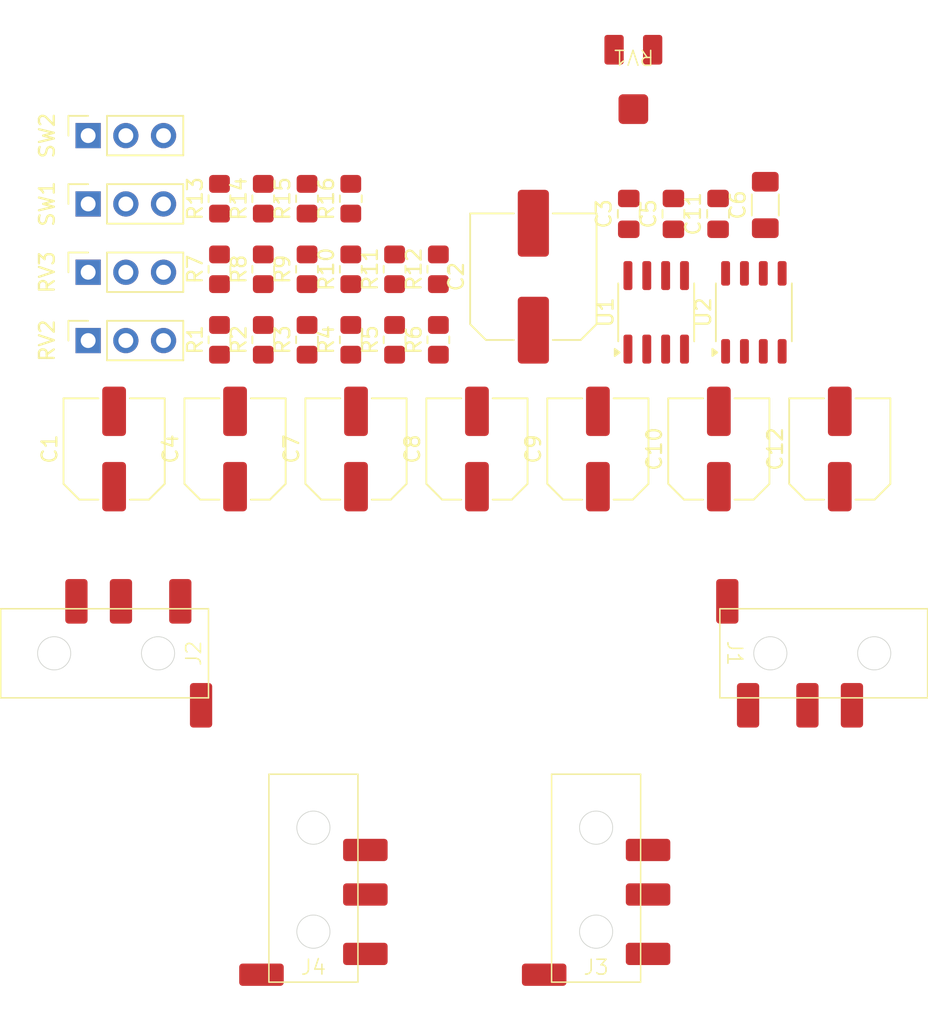
<source format=kicad_pcb>
(kicad_pcb (version 20241229) (generator "pcbnew") (generator_version "9.0")
  (layers (0 "F.Cu" signal) (4 "In1.Cu" signal) (6 "In2.Cu" signal) (2 "B.Cu" signal) (13 "F.Paste" user) (15 "B.Paste" user) (5 "F.SilkS" user "F.Silkscreen") (7 "B.SilkS" user "B.Silkscreen") (1 "F.Mask" user) (3 "B.Mask" user) (25 "Edge.Cuts" user))
  (net 0 "")
  (net 1 "Mic")
  (net 2 "Net-(C1-Pad1)")
  (net 3 "GND")
  (net 4 "VBias")
  (net 5 "Net-(C3-Pad2)")
  (net 6 "Net-(U1A--)")
  (net 7 "VCC")
  (net 8 "Net-(C6-Pad2)")
  (net 9 "PIn_A")
  (net 10 "Net-(SW2-C)")
  (net 11 "Net-(SW2-A)")
  (net 12 "PIn_B")
  (net 13 "PBus")
  (net 14 "Net-(SW2-B)")
  (net 15 "IBus")
  (net 16 "Net-(SW1-B)")
  (net 17 "Net-(C11-Pad1)")
  (net 18 "Net-(C12-Pad1)")
  (net 19 "Net-(C12-Pad2)")
  (net 20 "Net-(R2-Pad1)")
  (net 21 "Net-(U1A-+)")
  (net 22 "+12V")
  (net 23 "Net-(SW1-C)")
  (net 24 "Net-(SW1-A)")
  (net 25 "Net-(U2-+)")
  (net 26 "Net-(U2--)")
  (net 27 "Out_R")
  (net 28 "Out_L")
  (footprint "Connector_PinSocket_2.54mm:PinSocket_1x03_P2.54mm_Vertical" (layer "F.Cu") (at 36.89 83.5625 90)
    (property "Reference" "RV3" (at 0 -2.77 90) (layer "F.SilkS"))
    (property "Value" "10k")
    (fp_line (start 1.33 -1.33) (end 1.33 0) (stroke (width 0.12)) (layer "F.SilkS"))
    (fp_line (start 0 -1.33) (end 1.33 -1.33) (stroke (width 0.12)) (layer "F.SilkS"))
    (fp_line (start 1.33 1.27) (end 1.33 6.41) (stroke (width 0.12)) (layer "F.SilkS"))
    (fp_line (start -1.33 1.27) (end 1.33 1.27) (stroke (width 0.12)) (layer "F.SilkS"))
    (fp_line (start -1.33 1.27) (end -1.33 6.41) (stroke (width 0.12)) (layer "F.SilkS"))
    (fp_line (start -1.33 6.41) (end 1.33 6.41) (stroke (width 0.12)) (layer "F.SilkS"))
    (pad "1" thru_hole rect (at 0 0 90) (size 1.7 1.7) (drill 1) (layers "*.Cu" "*.Mask") (net 16 "Net-(SW1-B)"))
    (pad "2" thru_hole circle (at 0 2.54 90) (size 1.7 1.7) (drill 1) (layers "*.Cu" "*.Mask") (net 26 "Net-(U2--)"))
    (pad "3" thru_hole circle (at 0 5.08 90) (size 1.7 1.7) (drill 1) (layers "*.Cu" "*.Mask") (net 3 "GND"))
  )
  (footprint "Capacitor_SMD:C_0805_2012Metric_Pad1.18x1.45mm_HandSolder" (layer "F.Cu") (at 73.32 79.6325 90)
    (property "Reference" "C3" (at 0 -1.68 90) (layer "F.SilkS"))
    (property "Value" "15p")
    (fp_line (start -0.261252 -0.735) (end 0.261252 -0.735) (stroke (width 0.12)) (layer "F.SilkS"))
    (fp_line (start -0.261252 0.735) (end 0.261252 0.735) (stroke (width 0.12)) (layer "F.SilkS"))
    (pad "1" smd roundrect (at -1.0375 0 90) (size 1.175 1.45) (layers "F.Cu" "F.Mask" "F.Paste") (roundrect_rratio 0.212766) (net 6 "Net-(U1A--)"))
    (pad "2" smd roundrect (at 1.0375 0 90) (size 1.175 1.45) (layers "F.Cu" "F.Mask" "F.Paste") (roundrect_rratio 0.212766) (net 5 "Net-(C3-Pad2)"))
  )
  (footprint "Capacitor_SMD:C_Elec_6.3x5.4" (layer "F.Cu") (at 87.54 95.4625 90)
    (property "Reference" "C12" (at 0 -4.35 90) (layer "F.SilkS"))
    (property "Value" "47u")
    (fp_line (start 3.41 -3.41) (end 3.41 -1.06) (stroke (width 0.12)) (layer "F.SilkS"))
    (fp_line (start -2.345563 -3.41) (end 3.41 -3.41) (stroke (width 0.12)) (layer "F.SilkS"))
    (fp_line (start -3.41 -2.345563) (end -2.345563 -3.41) (stroke (width 0.12)) (layer "F.SilkS"))
    (fp_line (start -3.41 -2.345563) (end -3.41 -1.06) (stroke (width 0.12)) (layer "F.SilkS"))
    (fp_line (start -3.41 2.345563) (end -3.41 1.06) (stroke (width 0.12)) (layer "F.SilkS"))
    (fp_line (start -3.41 2.345563) (end -2.345563 3.41) (stroke (width 0.12)) (layer "F.SilkS"))
    (fp_line (start 3.41 3.41) (end 3.41 1.06) (stroke (width 0.12)) (layer "F.SilkS"))
    (fp_line (start -2.345563 3.41) (end 3.41 3.41) (stroke (width 0.12)) (layer "F.SilkS"))
    (pad "1" smd roundrect (at -2.5375 0 90) (size 3.325 1.6) (layers "F.Cu" "F.Mask" "F.Paste") (roundrect_rratio 0.15625) (net 18 "Net-(C12-Pad1)"))
    (pad "2" smd roundrect (at 2.5375 0 90) (size 3.325 1.6) (layers "F.Cu" "F.Mask" "F.Paste") (roundrect_rratio 0.15625) (net 19 "Net-(C12-Pad2)"))
  )
  (footprint "Connector_PinSocket_2.54mm:PinSocket_1x03_P2.54mm_Vertical" (layer "F.Cu") (at 36.89 74.3625 90)
    (property "Reference" "SW2" (at 0 -2.77 90) (layer "F.SilkS"))
    (property "Value" "SW_SPDT")
    (fp_line (start 1.33 -1.33) (end 1.33 0) (stroke (width 0.12)) (layer "F.SilkS"))
    (fp_line (start 0 -1.33) (end 1.33 -1.33) (stroke (width 0.12)) (layer "F.SilkS"))
    (fp_line (start 1.33 1.27) (end 1.33 6.41) (stroke (width 0.12)) (layer "F.SilkS"))
    (fp_line (start -1.33 1.27) (end 1.33 1.27) (stroke (width 0.12)) (layer "F.SilkS"))
    (fp_line (start -1.33 1.27) (end -1.33 6.41) (stroke (width 0.12)) (layer "F.SilkS"))
    (fp_line (start -1.33 6.41) (end 1.33 6.41) (stroke (width 0.12)) (layer "F.SilkS"))
    (pad "1" thru_hole rect (at 0 0 90) (size 1.7 1.7) (drill 1) (layers "*.Cu" "*.Mask") (net 11 "Net-(SW2-A)"))
    (pad "2" thru_hole circle (at 0 2.54 90) (size 1.7 1.7) (drill 1) (layers "*.Cu" "*.Mask") (net 14 "Net-(SW2-B)"))
    (pad "3" thru_hole circle (at 0 5.08 90) (size 1.7 1.7) (drill 1) (layers "*.Cu" "*.Mask") (net 10 "Net-(SW2-C)"))
  )
  (footprint "Capacitor_SMD:C_Elec_6.3x5.4" (layer "F.Cu") (at 71.24 95.4625 90)
    (property "Reference" "C9" (at 0 -4.35 90) (layer "F.SilkS"))
    (property "Value" "47u")
    (fp_line (start 3.41 -3.41) (end 3.41 -1.06) (stroke (width 0.12)) (layer "F.SilkS"))
    (fp_line (start -2.345563 -3.41) (end 3.41 -3.41) (stroke (width 0.12)) (layer "F.SilkS"))
    (fp_line (start -3.41 -2.345563) (end -2.345563 -3.41) (stroke (width 0.12)) (layer "F.SilkS"))
    (fp_line (start -3.41 -2.345563) (end -3.41 -1.06) (stroke (width 0.12)) (layer "F.SilkS"))
    (fp_line (start -3.41 2.345563) (end -3.41 1.06) (stroke (width 0.12)) (layer "F.SilkS"))
    (fp_line (start -3.41 2.345563) (end -2.345563 3.41) (stroke (width 0.12)) (layer "F.SilkS"))
    (fp_line (start 3.41 3.41) (end 3.41 1.06) (stroke (width 0.12)) (layer "F.SilkS"))
    (fp_line (start -2.345563 3.41) (end 3.41 3.41) (stroke (width 0.12)) (layer "F.SilkS"))
    (pad "1" smd roundrect (at -2.5375 0 90) (size 3.325 1.6) (layers "F.Cu" "F.Mask" "F.Paste") (roundrect_rratio 0.15625) (net 13 "PBus"))
    (pad "2" smd roundrect (at 2.5375 0 90) (size 3.325 1.6) (layers "F.Cu" "F.Mask" "F.Paste") (roundrect_rratio 0.15625) (net 14 "Net-(SW2-B)"))
  )
  (footprint "Resistor_SMD:R_0805_2012Metric_Pad1.20x1.40mm_HandSolder" (layer "F.Cu") (at 54.59 83.3625 90)
    (property "Reference" "R10" (at 0 -1.65 90) (layer "F.SilkS"))
    (property "Value" "1k")
    (fp_line (start -0.227064 -0.735) (end 0.227064 -0.735) (stroke (width 0.12)) (layer "F.SilkS"))
    (fp_line (start -0.227064 0.735) (end 0.227064 0.735) (stroke (width 0.12)) (layer "F.SilkS"))
    (pad "1" smd roundrect (at -1 0 90) (size 1.2 1.4) (layers "F.Cu" "F.Mask" "F.Paste") (roundrect_rratio 0.208333) (net 3 "GND"))
    (pad "2" smd roundrect (at 1 0 90) (size 1.2 1.4) (layers "F.Cu" "F.Mask" "F.Paste") (roundrect_rratio 0.208333) (net 24 "Net-(SW1-A)"))
  )
  (footprint "Resistor_SMD:R_0805_2012Metric_Pad1.20x1.40mm_HandSolder" (layer "F.Cu") (at 54.59 78.6125 90)
    (property "Reference" "R16" (at 0 -1.65 90) (layer "F.SilkS"))
    (property "Value" "10")
    (fp_line (start -0.227064 -0.735) (end 0.227064 -0.735) (stroke (width 0.12)) (layer "F.SilkS"))
    (fp_line (start -0.227064 0.735) (end 0.227064 0.735) (stroke (width 0.12)) (layer "F.SilkS"))
    (pad "1" smd roundrect (at -1 0 90) (size 1.2 1.4) (layers "F.Cu" "F.Mask" "F.Paste") (roundrect_rratio 0.208333) (net 28 "Out_L"))
    (pad "2" smd roundrect (at 1 0 90) (size 1.2 1.4) (layers "F.Cu" "F.Mask" "F.Paste") (roundrect_rratio 0.208333) (net 18 "Net-(C12-Pad1)"))
  )
  (footprint "Capacitor_SMD:C_Elec_6.3x5.4" (layer "F.Cu") (at 54.94 95.4625 90)
    (property "Reference" "C7" (at 0 -4.35 90) (layer "F.SilkS"))
    (property "Value" "47u")
    (fp_line (start 3.41 -3.41) (end 3.41 -1.06) (stroke (width 0.12)) (layer "F.SilkS"))
    (fp_line (start -2.345563 -3.41) (end 3.41 -3.41) (stroke (width 0.12)) (layer "F.SilkS"))
    (fp_line (start -3.41 -2.345563) (end -2.345563 -3.41) (stroke (width 0.12)) (layer "F.SilkS"))
    (fp_line (start -3.41 -2.345563) (end -3.41 -1.06) (stroke (width 0.12)) (layer "F.SilkS"))
    (fp_line (start -3.41 2.345563) (end -3.41 1.06) (stroke (width 0.12)) (layer "F.SilkS"))
    (fp_line (start -3.41 2.345563) (end -2.345563 3.41) (stroke (width 0.12)) (layer "F.SilkS"))
    (fp_line (start 3.41 3.41) (end 3.41 1.06) (stroke (width 0.12)) (layer "F.SilkS"))
    (fp_line (start -2.345563 3.41) (end 3.41 3.41) (stroke (width 0.12)) (layer "F.SilkS"))
    (pad "1" smd roundrect (at -2.5375 0 90) (size 3.325 1.6) (layers "F.Cu" "F.Mask" "F.Paste") (roundrect_rratio 0.15625) (net 9 "PIn_A"))
    (pad "2" smd roundrect (at 2.5375 0 90) (size 3.325 1.6) (layers "F.Cu" "F.Mask" "F.Paste") (roundrect_rratio 0.15625) (net 10 "Net-(SW2-C)"))
  )
  (footprint "Connector_PinSocket_2.54mm:PinSocket_1x03_P2.54mm_Vertical" (layer "F.Cu") (at 36.89 88.1625 90)
    (property "Reference" "RV2" (at 0 -2.77 90) (layer "F.SilkS"))
    (property "Value" "10k")
    (fp_line (start 1.33 -1.33) (end 1.33 0) (stroke (width 0.12)) (layer "F.SilkS"))
    (fp_line (start 0 -1.33) (end 1.33 -1.33) (stroke (width 0.12)) (layer "F.SilkS"))
    (fp_line (start 1.33 1.27) (end 1.33 6.41) (stroke (width 0.12)) (layer "F.SilkS"))
    (fp_line (start -1.33 1.27) (end 1.33 1.27) (stroke (width 0.12)) (layer "F.SilkS"))
    (fp_line (start -1.33 1.27) (end -1.33 6.41) (stroke (width 0.12)) (layer "F.SilkS"))
    (fp_line (start -1.33 6.41) (end 1.33 6.41) (stroke (width 0.12)) (layer "F.SilkS"))
    (pad "1" thru_hole rect (at 0 0 90) (size 1.7 1.7) (drill 1) (layers "*.Cu" "*.Mask") (net 14 "Net-(SW2-B)"))
    (pad "2" thru_hole circle (at 0 2.54 90) (size 1.7 1.7) (drill 1) (layers "*.Cu" "*.Mask") (net 25 "Net-(U2-+)"))
    (pad "3" thru_hole circle (at 0 5.08 90) (size 1.7 1.7) (drill 1) (layers "*.Cu" "*.Mask") (net 3 "GND"))
  )
  (footprint "Resistor_SMD:R_0805_2012Metric_Pad1.20x1.40mm_HandSolder" (layer "F.Cu") (at 60.49 88.1125 90)
    (property "Reference" "R6" (at 0 -1.65 90) (layer "F.SilkS"))
    (property "Value" "10k")
    (fp_line (start -0.227064 -0.735) (end 0.227064 -0.735) (stroke (width 0.12)) (layer "F.SilkS"))
    (fp_line (start -0.227064 0.735) (end 0.227064 0.735) (stroke (width 0.12)) (layer "F.SilkS"))
    (pad "1" smd roundrect (at -1 0 90) (size 1.2 1.4) (layers "F.Cu" "F.Mask" "F.Paste") (roundrect_rratio 0.208333) (net 7 "VCC"))
    (pad "2" smd roundrect (at 1 0 90) (size 1.2 1.4) (layers "F.Cu" "F.Mask" "F.Paste") (roundrect_rratio 0.208333) (net 4 "VBias"))
  )
  (footprint "Package_SO:SOP-8_3.9x4.9mm_P1.27mm" (layer "F.Cu") (at 81.75 86.2625 90)
    (property "Reference" "U2" (at 0 -3.4 90) (layer "F.SilkS"))
    (property "Value" "LM386G-S08-R")
    (fp_line (start 0 -2.56) (end 1.95 -2.56) (stroke (width 0.12)) (layer "F.SilkS"))
    (fp_line (start 0 -2.56) (end -1.95 -2.56) (stroke (width 0.12)) (layer "F.SilkS"))
    (fp_line (start 0 2.56) (end 1.95 2.56) (stroke (width 0.12)) (layer "F.SilkS"))
    (fp_line (start 0 2.56) (end -1.95 2.56) (stroke (width 0.12)) (layer "F.SilkS"))
    (fp_poly (pts (xy -2.7 -2.465) (xy -2.94 -2.795) (xy -2.46 -2.795)) (stroke (width 0.12)) (fill yes) (layer "F.SilkS"))
    (pad "1" smd roundrect (at -2.625 -1.905 90) (size 1.65 0.6) (layers "F.Cu" "F.Mask" "F.Paste"))
    (pad "2" smd roundrect (at -2.625 -0.635 90) (size 1.65 0.6) (layers "F.Cu" "F.Mask" "F.Paste") (net 26 "Net-(U2--)"))
    (pad "3" smd roundrect (at -2.625 0.635 90) (size 1.65 0.6) (layers "F.Cu" "F.Mask" "F.Paste") (net 25 "Net-(U2-+)"))
    (pad "4" smd roundrect (at -2.625 1.905 90) (size 1.65 0.6) (layers "F.Cu" "F.Mask" "F.Paste") (net 3 "GND"))
    (pad "5" smd roundrect (at 2.625 1.905 90) (size 1.65 0.6) (layers "F.Cu" "F.Mask" "F.Paste") (net 19 "Net-(C12-Pad2)"))
    (pad "6" smd roundrect (at 2.625 0.635 90) (size 1.65 0.6) (layers "F.Cu" "F.Mask" "F.Paste") (net 22 "+12V"))
    (pad "7" smd roundrect (at 2.625 -0.635 90) (size 1.65 0.6) (layers "F.Cu" "F.Mask" "F.Paste"))
    (pad "8" smd roundrect (at 2.625 -1.905 90) (size 1.65 0.6) (layers "F.Cu" "F.Mask" "F.Paste"))
  )
  (footprint "Capacitor_SMD:C_1206_3216Metric_Pad1.33x1.80mm_HandSolder" (layer "F.Cu") (at 82.52 79.0325 90)
    (property "Reference" "C6" (at 0 -1.85 90) (layer "F.SilkS"))
    (property "Value" "4u7")
    (fp_line (start -0.711252 -0.91) (end 0.711252 -0.91) (stroke (width 0.12)) (layer "F.SilkS"))
    (fp_line (start -0.711252 0.91) (end 0.711252 0.91) (stroke (width 0.12)) (layer "F.SilkS"))
    (pad "1" smd roundrect (at -1.5625 0 90) (size 1.325 1.8) (layers "F.Cu" "F.Mask" "F.Paste") (roundrect_rratio 0.188679) (net 5 "Net-(C3-Pad2)"))
    (pad "2" smd roundrect (at 1.5625 0 90) (size 1.325 1.8) (layers "F.Cu" "F.Mask" "F.Paste") (roundrect_rratio 0.188679) (net 8 "Net-(C6-Pad2)"))
  )
  (footprint "custom:PJ-320D" (layer "F.Cu") (at 71.12 130.86)
    (property "Reference" "J3" (at 0 -0.5 0) (layer "F.SilkS") (effects (font (thickness 0.1))))
    (property "Value" "ExtIn")
    (fp_line (start -3 -13.5) (end 3 -13.5) (stroke (width 0.1)) (layer "F.SilkS"))
    (fp_line (start -3 0.5) (end -3 -13.5) (stroke (width 0.1)) (layer "F.SilkS"))
    (fp_line (start 3 -13.5) (end 3 0.5) (stroke (width 0.1)) (layer "F.SilkS"))
    (fp_line (start 3 0.5) (end -3 0.5) (stroke (width 0.1)) (layer "F.SilkS"))
    (fp_circle (center 0 -9.9) (end 1.118034 -9.9) (stroke (width 0.05)) (fill no) (layer "Edge.Cuts"))
    (fp_circle (center 0 -2.9) (end 1.118034 -2.9) (stroke (width 0.05)) (fill no) (layer "Edge.Cuts"))
    (pad "1" smd roundrect (at -3.5 0) (size 3 1.5) (layers "F.Cu" "F.Mask" "F.Paste") (roundrect_rratio 0.15))
    (pad "2" smd roundrect (at 3.5 -8.4) (size 3 1.5) (layers "F.Cu" "F.Mask" "F.Paste") (roundrect_rratio 0.15))
    (pad "3" smd roundrect (at 3.5 -5.4) (size 3 1.5) (layers "F.Cu" "F.Mask" "F.Paste") (roundrect_rratio 0.15))
    (pad "4" smd roundrect (at 3.5 -1.4) (size 3 1.5) (layers "F.Cu" "F.Mask" "F.Paste") (roundrect_rratio 0.15))
  )
  (footprint "Resistor_SMD:R_0805_2012Metric_Pad1.20x1.40mm_HandSolder" (layer "F.Cu") (at 45.74 78.6125 90)
    (property "Reference" "R13" (at 0 -1.65 90) (layer "F.SilkS"))
    (property "Value" "10")
    (fp_line (start -0.227064 -0.735) (end 0.227064 -0.735) (stroke (width 0.12)) (layer "F.SilkS"))
    (fp_line (start -0.227064 0.735) (end 0.227064 0.735) (stroke (width 0.12)) (layer "F.SilkS"))
    (pad "1" smd roundrect (at -1 0 90) (size 1.2 1.4) (layers "F.Cu" "F.Mask" "F.Paste") (roundrect_rratio 0.208333) (net 17 "Net-(C11-Pad1)"))
    (pad "2" smd roundrect (at 1 0 90) (size 1.2 1.4) (layers "F.Cu" "F.Mask" "F.Paste") (roundrect_rratio 0.208333) (net 19 "Net-(C12-Pad2)"))
  )
  (footprint "Resistor_SMD:R_0805_2012Metric_Pad1.20x1.40mm_HandSolder" (layer "F.Cu") (at 51.64 88.1125 90)
    (property "Reference" "R3" (at 0 -1.65 90) (layer "F.SilkS"))
    (property "Value" "10k")
    (fp_line (start -0.227064 -0.735) (end 0.227064 -0.735) (stroke (width 0.12)) (layer "F.SilkS"))
    (fp_line (start -0.227064 0.735) (end 0.227064 0.735) (stroke (width 0.12)) (layer "F.SilkS"))
    (pad "1" smd roundrect (at -1 0 90) (size 1.2 1.4) (layers "F.Cu" "F.Mask" "F.Paste") (roundrect_rratio 0.208333) (net 4 "VBias"))
    (pad "2" smd roundrect (at 1 0 90) (size 1.2 1.4) (layers "F.Cu" "F.Mask" "F.Paste") (roundrect_rratio 0.208333) (net 21 "Net-(U1A-+)"))
  )
  (footprint "Resistor_SMD:R_0805_2012Metric_Pad1.20x1.40mm_HandSolder" (layer "F.Cu") (at 48.69 88.1125 90)
    (property "Reference" "R2" (at 0 -1.65 90) (layer "F.SilkS"))
    (property "Value" "56k")
    (fp_line (start -0.227064 -0.735) (end 0.227064 -0.735) (stroke (width 0.12)) (layer "F.SilkS"))
    (fp_line (start -0.227064 0.735) (end 0.227064 0.735) (stroke (width 0.12)) (layer "F.SilkS"))
    (pad "1" smd roundrect (at -1 0 90) (size 1.2 1.4) (layers "F.Cu" "F.Mask" "F.Paste") (roundrect_rratio 0.208333) (net 20 "Net-(R2-Pad1)"))
    (pad "2" smd roundrect (at 1 0 90) (size 1.2 1.4) (layers "F.Cu" "F.Mask" "F.Paste") (roundrect_rratio 0.208333) (net 3 "GND"))
  )
  (footprint "Capacitor_SMD:C_Elec_6.3x5.4" (layer "F.Cu") (at 38.64 95.4625 90)
    (property "Reference" "C1" (at 0 -4.35 90) (layer "F.SilkS"))
    (property "Value" "47u")
    (fp_line (start 3.41 -3.41) (end 3.41 -1.06) (stroke (width 0.12)) (layer "F.SilkS"))
    (fp_line (start -2.345563 -3.41) (end 3.41 -3.41) (stroke (width 0.12)) (layer "F.SilkS"))
    (fp_line (start -3.41 -2.345563) (end -2.345563 -3.41) (stroke (width 0.12)) (layer "F.SilkS"))
    (fp_line (start -3.41 -2.345563) (end -3.41 -1.06) (stroke (width 0.12)) (layer "F.SilkS"))
    (fp_line (start -3.41 2.345563) (end -3.41 1.06) (stroke (width 0.12)) (layer "F.SilkS"))
    (fp_line (start -3.41 2.345563) (end -2.345563 3.41) (stroke (width 0.12)) (layer "F.SilkS"))
    (fp_line (start 3.41 3.41) (end 3.41 1.06) (stroke (width 0.12)) (layer "F.SilkS"))
    (fp_line (start -2.345563 3.41) (end 3.41 3.41) (stroke (width 0.12)) (layer "F.SilkS"))
    (pad "1" smd roundrect (at -2.5375 0 90) (size 3.325 1.6) (layers "F.Cu" "F.Mask" "F.Paste") (roundrect_rratio 0.15625) (net 2 "Net-(C1-Pad1)"))
    (pad "2" smd roundrect (at 2.5375 0 90) (size 3.325 1.6) (layers "F.Cu" "F.Mask" "F.Paste") (roundrect_rratio 0.15625) (net 1 "Mic"))
  )
  (footprint "Capacitor_SMD:C_Elec_8x10.2" (layer "F.Cu") (at 66.89 83.8625 90)
    (property "Reference" "C2" (at 0 -5.2 90) (layer "F.SilkS"))
    (property "Value" "220u")
    (fp_line (start 4.26 -4.26) (end 4.26 -1.31) (stroke (width 0.12)) (layer "F.SilkS"))
    (fp_line (start -3.195563 -4.26) (end 4.26 -4.26) (stroke (width 0.12)) (layer "F.SilkS"))
    (fp_line (start -4.26 -3.195563) (end -3.195563 -4.26) (stroke (width 0.12)) (layer "F.SilkS"))
    (fp_line (start -4.26 -3.195563) (end -4.26 -1.31) (stroke (width 0.12)) (layer "F.SilkS"))
    (fp_line (start -4.26 3.195563) (end -4.26 1.31) (stroke (width 0.12)) (layer "F.SilkS"))
    (fp_line (start -4.26 3.195563) (end -3.195563 4.26) (stroke (width 0.12)) (layer "F.SilkS"))
    (fp_line (start 4.26 4.26) (end 4.26 1.31) (stroke (width 0.12)) (layer "F.SilkS"))
    (fp_line (start -3.195563 4.26) (end 4.26 4.26) (stroke (width 0.12)) (layer "F.SilkS"))
    (pad "1" smd roundrect (at -3.6 0 90) (size 4.5 2.1) (layers "F.Cu" "F.Mask" "F.Paste") (roundrect_rratio 0.119048) (net 4 "VBias"))
    (pad "2" smd roundrect (at 3.6 0 90) (size 4.5 2.1) (layers "F.Cu" "F.Mask" "F.Paste") (roundrect_rratio 0.119048) (net 3 "GND"))
  )
  (footprint "Resistor_SMD:R_0805_2012Metric_Pad1.20x1.40mm_HandSolder" (layer "F.Cu") (at 57.54 88.1125 90)
    (property "Reference" "R5" (at 0 -1.65 90) (layer "F.SilkS"))
    (property "Value" "100")
    (fp_line (start -0.227064 -0.735) (end 0.227064 -0.735) (stroke (width 0.12)) (layer "F.SilkS"))
    (fp_line (start -0.227064 0.735) (end 0.227064 0.735) (stroke (width 0.12)) (layer "F.SilkS"))
    (pad "1" smd roundrect (at -1 0 90) (size 1.2 1.4) (layers "F.Cu" "F.Mask" "F.Paste") (roundrect_rratio 0.208333) (net 22 "+12V"))
    (pad "2" smd roundrect (at 1 0 90) (size 1.2 1.4) (layers "F.Cu" "F.Mask" "F.Paste") (roundrect_rratio 0.208333) (net 7 "VCC"))
  )
  (footprint "Resistor_SMD:R_0805_2012Metric_Pad1.20x1.40mm_HandSolder" (layer "F.Cu") (at 48.69 83.3625 90)
    (property "Reference" "R8" (at 0 -1.65 90) (layer "F.SilkS"))
    (property "Value" "56k")
    (fp_line (start -0.227064 -0.735) (end 0.227064 -0.735) (stroke (width 0.12)) (layer "F.SilkS"))
    (fp_line (start -0.227064 0.735) (end 0.227064 0.735) (stroke (width 0.12)) (layer "F.SilkS"))
    (pad "1" smd roundrect (at -1 0 90) (size 1.2 1.4) (layers "F.Cu" "F.Mask" "F.Paste") (roundrect_rratio 0.208333) (net 3 "GND"))
    (pad "2" smd roundrect (at 1 0 90) (size 1.2 1.4) (layers "F.Cu" "F.Mask" "F.Paste") (roundrect_rratio 0.208333) (net 8 "Net-(C6-Pad2)"))
  )
  (footprint "Resistor_SMD:R_0805_2012Metric_Pad1.20x1.40mm_HandSolder" (layer "F.Cu") (at 45.74 88.1125 90)
    (property "Reference" "R1" (at 0 -1.65 90) (layer "F.SilkS"))
    (property "Value" "56k")
    (fp_line (start -0.227064 -0.735) (end 0.227064 -0.735) (stroke (width 0.12)) (layer "F.SilkS"))
    (fp_line (start -0.227064 0.735) (end 0.227064 0.735) (stroke (width 0.12)) (layer "F.SilkS"))
    (pad "1" smd roundrect (at -1 0 90) (size 1.2 1.4) (layers "F.Cu" "F.Mask" "F.Paste") (roundrect_rratio 0.208333) (net 1 "Mic"))
    (pad "2" smd roundrect (at 1 0 90) (size 1.2 1.4) (layers "F.Cu" "F.Mask" "F.Paste") (roundrect_rratio 0.208333) (net 3 "GND"))
  )
  (footprint "Capacitor_SMD:C_Elec_6.3x5.4" (layer "F.Cu") (at 46.79 95.4625 90)
    (property "Reference" "C4" (at 0 -4.35 90) (layer "F.SilkS"))
    (property "Value" "100u")
    (fp_line (start 3.41 -3.41) (end 3.41 -1.06) (stroke (width 0.12)) (layer "F.SilkS"))
    (fp_line (start -2.345563 -3.41) (end 3.41 -3.41) (stroke (width 0.12)) (layer "F.SilkS"))
    (fp_line (start -3.41 -2.345563) (end -2.345563 -3.41) (stroke (width 0.12)) (layer "F.SilkS"))
    (fp_line (start -3.41 -2.345563) (end -3.41 -1.06) (stroke (width 0.12)) (layer "F.SilkS"))
    (fp_line (start -3.41 2.345563) (end -3.41 1.06) (stroke (width 0.12)) (layer "F.SilkS"))
    (fp_line (start -3.41 2.345563) (end -2.345563 3.41) (stroke (width 0.12)) (layer "F.SilkS"))
    (fp_line (start 3.41 3.41) (end 3.41 1.06) (stroke (width 0.12)) (layer "F.SilkS"))
    (fp_line (start -2.345563 3.41) (end 3.41 3.41) (stroke (width 0.12)) (layer "F.SilkS"))
    (pad "1" smd roundrect (at -2.5375 0 90) (size 3.325 1.6) (layers "F.Cu" "F.Mask" "F.Paste") (roundrect_rratio 0.15625) (net 7 "VCC"))
    (pad "2" smd roundrect (at 2.5375 0 90) (size 3.325 1.6) (layers "F.Cu" "F.Mask" "F.Paste") (roundrect_rratio 0.15625) (net 3 "GND"))
  )
  (footprint "Resistor_SMD:R_0805_2012Metric_Pad1.20x1.40mm_HandSolder" (layer "F.Cu") (at 51.64 78.6125 90)
    (property "Reference" "R15" (at 0 -1.65 90) (layer "F.SilkS"))
    (property "Value" "10")
    (fp_line (start -0.227064 -0.735) (end 0.227064 -0.735) (stroke (width 0.12)) (layer "F.SilkS"))
    (fp_line (start -0.227064 0.735) (end 0.227064 0.735) (stroke (width 0.12)) (layer "F.SilkS"))
    (pad "1" smd roundrect (at -1 0 90) (size 1.2 1.4) (layers "F.Cu" "F.Mask" "F.Paste") (roundrect_rratio 0.208333) (net 27 "Out_R"))
    (pad "2" smd roundrect (at 1 0 90) (size 1.2 1.4) (layers "F.Cu" "F.Mask" "F.Paste") (roundrect_rratio 0.208333) (net 18 "Net-(C12-Pad1)"))
  )
  (footprint "Resistor_SMD:R_0805_2012Metric_Pad1.20x1.40mm_HandSolder" (layer "F.Cu") (at 48.69 78.6125 90)
    (property "Reference" "R14" (at 0 -1.65 90) (layer "F.SilkS"))
    (property "Value" "56k")
    (fp_line (start -0.227064 -0.735) (end 0.227064 -0.735) (stroke (width 0.12)) (layer "F.SilkS"))
    (fp_line (start -0.227064 0.735) (end 0.227064 0.735) (stroke (width 0.12)) (layer "F.SilkS"))
    (pad "1" smd roundrect (at -1 0 90) (size 1.2 1.4) (layers "F.Cu" "F.Mask" "F.Paste") (roundrect_rratio 0.208333) (net 3 "GND"))
    (pad "2" smd roundrect (at 1 0 90) (size 1.2 1.4) (layers "F.Cu" "F.Mask" "F.Paste") (roundrect_rratio 0.208333) (net 18 "Net-(C12-Pad1)"))
  )
  (footprint "custom:PJ-320D" (layer "F.Cu") (at 79.96 109.22 -90)
    (property "Reference" "J1" (at 0 -0.5 270) (layer "F.SilkS") (effects (font (thickness 0.1))))
    (property "Value" "PartyLineIn")
    (fp_line (start -3 0.5) (end -3 -13.5) (stroke (width 0.1)) (layer "F.SilkS"))
    (fp_line (start 3 0.5) (end -3 0.5) (stroke (width 0.1)) (layer "F.SilkS"))
    (fp_line (start -3 -13.5) (end 3 -13.5) (stroke (width 0.1)) (layer "F.SilkS"))
    (fp_line (start 3 -13.5) (end 3 0.5) (stroke (width 0.1)) (layer "F.SilkS"))
    (fp_circle (center 0 -2.9) (end 1.118034 -2.9) (stroke (width 0.05)) (fill no) (layer "Edge.Cuts"))
    (fp_circle (center 0 -9.9) (end 1.118034 -9.9) (stroke (width 0.05)) (fill no) (layer "Edge.Cuts"))
    (pad "1" smd roundrect (at -3.5 0 270) (size 3 1.5) (layers "F.Cu" "F.Mask" "F.Paste") (roundrect_rratio 0.15))
    (pad "2" smd roundrect (at 3.5 -8.4 270) (size 3 1.5) (layers "F.Cu" "F.Mask" "F.Paste") (roundrect_rratio 0.15))
    (pad "3" smd roundrect (at 3.5 -5.4 270) (size 3 1.5) (layers "F.Cu" "F.Mask" "F.Paste") (roundrect_rratio 0.15))
    (pad "4" smd roundrect (at 3.5 -1.4 270) (size 3 1.5) (layers "F.Cu" "F.Mask" "F.Paste") (roundrect_rratio 0.15))
  )
  (footprint "Capacitor_SMD:C_Elec_6.3x5.4" (layer "F.Cu") (at 63.09 95.4625 90)
    (property "Reference" "C8" (at 0 -4.35 90) (layer "F.SilkS"))
    (property "Value" "47u")
    (fp_line (start 3.41 -3.41) (end 3.41 -1.06) (stroke (width 0.12)) (layer "F.SilkS"))
    (fp_line (start -2.345563 -3.41) (end 3.41 -3.41) (stroke (width 0.12)) (layer "F.SilkS"))
    (fp_line (start -3.41 -2.345563) (end -2.345563 -3.41) (stroke (width 0.12)) (layer "F.SilkS"))
    (fp_line (start -3.41 -2.345563) (end -3.41 -1.06) (stroke (width 0.12)) (layer "F.SilkS"))
    (fp_line (start -3.41 2.345563) (end -3.41 1.06) (stroke (width 0.12)) (layer "F.SilkS"))
    (fp_line (start -3.41 2.345563) (end -2.345563 3.41) (stroke (width 0.12)) (layer "F.SilkS"))
    (fp_line (start 3.41 3.41) (end 3.41 1.06) (stroke (width 0.12)) (layer "F.SilkS"))
    (fp_line (start -2.345563 3.41) (end 3.41 3.41) (stroke (width 0.12)) (layer "F.SilkS"))
    (pad "1" smd roundrect (at -2.5375 0 90) (size 3.325 1.6) (layers "F.Cu" "F.Mask" "F.Paste") (roundrect_rratio 0.15625) (net 12 "PIn_B"))
    (pad "2" smd roundrect (at 2.5375 0 90) (size 3.325 1.6) (layers "F.Cu" "F.Mask" "F.Paste") (roundrect_rratio 0.15625) (net 11 "Net-(SW2-A)"))
  )
  (footprint "Resistor_SMD:R_0805_2012Metric_Pad1.20x1.40mm_HandSolder" (layer "F.Cu") (at 54.59 88.1125 90)
    (property "Reference" "R4" (at 0 -1.65 90) (layer "F.SilkS"))
    (property "Value" "1k")
    (fp_line (start -0.227064 -0.735) (end 0.227064 -0.735) (stroke (width 0.12)) (layer "F.SilkS"))
    (fp_line (start -0.227064 0.735) (end 0.227064 0.735) (stroke (width 0.12)) (layer "F.SilkS"))
    (pad "1" smd roundrect (at -1 0 90) (size 1.2 1.4) (layers "F.Cu" "F.Mask" "F.Paste") (roundrect_rratio 0.208333) (net 2 "Net-(C1-Pad1)"))
    (pad "2" smd roundrect (at 1 0 90) (size 1.2 1.4) (layers "F.Cu" "F.Mask" "F.Paste") (roundrect_rratio 0.208333) (net 6 "Net-(U1A--)"))
  )
  (footprint "custom:PJ-320D" (layer "F.Cu") (at 44.5 109.22 90)
    (property "Reference" "J2" (at 0 -0.5 90) (layer "F.SilkS") (effects (font (thickness 0.1))))
    (property "Value" "PartyLineOut")
    (fp_line (start 3 -13.5) (end 3 0.5) (stroke (width 0.1)) (layer "F.SilkS"))
    (fp_line (start -3 -13.5) (end 3 -13.5) (stroke (width 0.1)) (layer "F.SilkS"))
    (fp_line (start 3 0.5) (end -3 0.5) (stroke (width 0.1)) (layer "F.SilkS"))
    (fp_line (start -3 0.5) (end -3 -13.5) (stroke (width 0.1)) (layer "F.SilkS"))
    (fp_circle (center 0 -9.9) (end 1.118034 -9.9) (stroke (width 0.05)) (fill no) (layer "Edge.Cuts"))
    (fp_circle (center 0 -2.9) (end 1.118034 -2.9) (stroke (width 0.05)) (fill no) (layer "Edge.Cuts"))
    (pad "1" smd roundrect (at -3.5 0 90) (size 3 1.5) (layers "F.Cu" "F.Mask" "F.Paste") (roundrect_rratio 0.15))
    (pad "2" smd roundrect (at 3.5 -8.4 90) (size 3 1.5) (layers "F.Cu" "F.Mask" "F.Paste") (roundrect_rratio 0.15))
    (pad "3" smd roundrect (at 3.5 -5.4 90) (size 3 1.5) (layers "F.Cu" "F.Mask" "F.Paste") (roundrect_rratio 0.15))
    (pad "4" smd roundrect (at 3.5 -1.4 90) (size 3 1.5) (layers "F.Cu" "F.Mask" "F.Paste") (roundrect_rratio 0.15))
  )
  (footprint "custom:3314J-1" (layer "F.Cu") (at 73.63 68.58 180)
    (property "Reference" "RV1" (at 0 -0.5 180) (layer "F.SilkS") (effects (font (thickness 0.1))))
    (property "Value" "1M")
    (pad "1" smd roundrect (at 1.3 0) (size 1.3 2) (layers "F.Cu" "F.Mask" "F.Paste") (roundrect_rratio 0.15) (net 6 "Net-(U1A--)"))
    (pad "2" smd roundrect (at 0 -4 270) (size 2 2) (layers "F.Cu" "F.Mask" "F.Paste") (roundrect_rratio 0.15) (net 5 "Net-(C3-Pad2)"))
    (pad "3" smd roundrect (at -1.3 0 270) (size 2 1.3) (layers "F.Cu" "F.Mask" "F.Paste") (roundrect_rratio 0.15) (net 5 "Net-(C3-Pad2)"))
  )
  (footprint "Resistor_SMD:R_0805_2012Metric_Pad1.20x1.40mm_HandSolder" (layer "F.Cu") (at 57.54 83.3625 90)
    (property "Reference" "R11" (at 0 -1.65 90) (layer "F.SilkS"))
    (property "Value" "56k")
    (fp_line (start -0.227064 -0.735) (end 0.227064 -0.735) (stroke (width 0.12)) (layer "F.SilkS"))
    (fp_line (start -0.227064 0.735) (end 0.227064 0.735) (stroke (width 0.12)) (layer "F.SilkS"))
    (pad "1" smd roundrect (at -1 0 90) (size 1.2 1.4) (layers "F.Cu" "F.Mask" "F.Paste") (roundrect_rratio 0.208333) (net 3 "GND"))
    (pad "2" smd roundrect (at 1 0 90) (size 1.2 1.4) (layers "F.Cu" "F.Mask" "F.Paste") (roundrect_rratio 0.208333) (net 25 "Net-(U2-+)"))
  )
  (footprint "Capacitor_SMD:C_Elec_6.3x5.4" (layer "F.Cu") (at 79.39 95.4625 90)
    (property "Reference" "C10" (at 0 -4.35 90) (layer "F.SilkS"))
    (property "Value" "47u")
    (fp_line (start 3.41 -3.41) (end 3.41 -1.06) (stroke (width 0.12)) (layer "F.SilkS"))
    (fp_line (start -2.345563 -3.41) (end 3.41 -3.41) (stroke (width 0.12)) (layer "F.SilkS"))
    (fp_line (start -3.41 -2.345563) (end -2.345563 -3.41) (stroke (width 0.12)) (layer "F.SilkS"))
    (fp_line (start -3.41 -2.345563) (end -3.41 -1.06) (stroke (width 0.12)) (layer "F.SilkS"))
    (fp_line (start -3.41 2.345563) (end -3.41 1.06) (stroke (width 0.12)) (layer "F.SilkS"))
    (fp_line (start -3.41 2.345563) (end -2.345563 3.41) (stroke (width 0.12)) (layer "F.SilkS"))
    (fp_line (start 3.41 3.41) (end 3.41 1.06) (stroke (width 0.12)) (layer "F.SilkS"))
    (fp_line (start -2.345563 3.41) (end 3.41 3.41) (stroke (width 0.12)) (layer "F.SilkS"))
    (pad "1" smd roundrect (at -2.5375 0 90) (size 3.325 1.6) (layers "F.Cu" "F.Mask" "F.Paste") (roundrect_rratio 0.15625) (net 15 "IBus"))
    (pad "2" smd roundrect (at 2.5375 0 90) (size 3.325 1.6) (layers "F.Cu" "F.Mask" "F.Paste") (roundrect_rratio 0.15625) (net 16 "Net-(SW1-B)"))
  )
  (footprint "Resistor_SMD:R_0805_2012Metric_Pad1.20x1.40mm_HandSolder" (layer "F.Cu") (at 60.49 83.3625 90)
    (property "Reference" "R12" (at 0 -1.65 90) (layer "F.SilkS"))
    (property "Value" "56k")
    (fp_line (start -0.227064 -0.735) (end 0.227064 -0.735) (stroke (width 0.12)) (layer "F.SilkS"))
    (fp_line (start -0.227064 0.735) (end 0.227064 0.735) (stroke (width 0.12)) (layer "F.SilkS"))
    (pad "1" smd roundrect (at -1 0 90) (size 1.2 1.4) (layers "F.Cu" "F.Mask" "F.Paste") (roundrect_rratio 0.208333) (net 3 "GND"))
    (pad "2" smd roundrect (at 1 0 90) (size 1.2 1.4) (layers "F.Cu" "F.Mask" "F.Paste") (roundrect_rratio 0.208333) (net 26 "Net-(U2--)"))
  )
  (footprint "Resistor_SMD:R_0805_2012Metric_Pad1.20x1.40mm_HandSolder" (layer "F.Cu") (at 51.64 83.3625 90)
    (property "Reference" "R9" (at 0 -1.65 90) (layer "F.SilkS"))
    (property "Value" "1k")
    (fp_line (start -0.227064 -0.735) (end 0.227064 -0.735) (stroke (width 0.12)) (layer "F.SilkS"))
    (fp_line (start -0.227064 0.735) (end 0.227064 0.735) (stroke (width 0.12)) (layer "F.SilkS"))
    (pad "1" smd roundrect (at -1 0 90) (size 1.2 1.4) (layers "F.Cu" "F.Mask" "F.Paste") (roundrect_rratio 0.208333) (net 8 "Net-(C6-Pad2)"))
    (pad "2" smd roundrect (at 1 0 90) (size 1.2 1.4) (layers "F.Cu" "F.Mask" "F.Paste") (roundrect_rratio 0.208333) (net 23 "Net-(SW1-C)"))
  )
  (footprint "Capacitor_SMD:C_0805_2012Metric_Pad1.18x1.45mm_HandSolder" (layer "F.Cu") (at 79.34 79.6325 90)
    (property "Reference" "C11" (at 0 -1.68 90) (layer "F.SilkS"))
    (property "Value" "56n")
    (fp_line (start -0.261252 -0.735) (end 0.261252 -0.735) (stroke (width 0.12)) (layer "F.SilkS"))
    (fp_line (start -0.261252 0.735) (end 0.261252 0.735) (stroke (width 0.12)) (layer "F.SilkS"))
    (pad "1" smd roundrect (at -1.0375 0 90) (size 1.175 1.45) (layers "F.Cu" "F.Mask" "F.Paste") (roundrect_rratio 0.212766) (net 17 "Net-(C11-Pad1)"))
    (pad "2" smd roundrect (at 1.0375 0 90) (size 1.175 1.45) (layers "F.Cu" "F.Mask" "F.Paste") (roundrect_rratio 0.212766) (net 3 "GND"))
  )
  (footprint "Connector_PinSocket_2.54mm:PinSocket_1x03_P2.54mm_Vertical" (layer "F.Cu") (at 36.89 78.9625 90)
    (property "Reference" "SW1" (at 0 -2.77 90) (layer "F.SilkS"))
    (property "Value" "SW_SPDT")
    (fp_line (start 1.33 -1.33) (end 1.33 0) (stroke (width 0.12)) (layer "F.SilkS"))
    (fp_line (start 0 -1.33) (end 1.33 -1.33) (stroke (width 0.12)) (layer "F.SilkS"))
    (fp_line (start 1.33 1.27) (end 1.33 6.41) (stroke (width 0.12)) (layer "F.SilkS"))
    (fp_line (start -1.33 1.27) (end 1.33 1.27) (stroke (width 0.12)) (layer "F.SilkS"))
    (fp_line (start -1.33 1.27) (end -1.33 6.41) (stroke (width 0.12)) (layer "F.SilkS"))
    (fp_line (start -1.33 6.41) (end 1.33 6.41) (stroke (width 0.12)) (layer "F.SilkS"))
    (pad "1" thru_hole rect (at 0 0 90) (size 1.7 1.7) (drill 1) (layers "*.Cu" "*.Mask") (net 24 "Net-(SW1-A)"))
    (pad "2" thru_hole circle (at 0 2.54 90) (size 1.7 1.7) (drill 1) (layers "*.Cu" "*.Mask") (net 16 "Net-(SW1-B)"))
    (pad "3" thru_hole circle (at 0 5.08 90) (size 1.7 1.7) (drill 1) (layers "*.Cu" "*.Mask") (net 23 "Net-(SW1-C)"))
  )
  (footprint "Capacitor_SMD:C_0805_2012Metric_Pad1.18x1.45mm_HandSolder" (layer "F.Cu") (at 76.33 79.6325 90)
    (property "Reference" "C5" (at 0 -1.68 90) (layer "F.SilkS"))
    (property "Value" "100n")
    (fp_line (start -0.261252 -0.735) (end 0.261252 -0.735) (stroke (width 0.12)) (layer "F.SilkS"))
    (fp_line (start -0.261252 0.735) (end 0.261252 0.735) (stroke (width 0.12)) (layer "F.SilkS"))
    (pad "1" smd roundrect (at -1.0375 0 90) (size 1.175 1.45) (layers "F.Cu" "F.Mask" "F.Paste") (roundrect_rratio 0.212766) (net 7 "VCC"))
    (pad "2" smd roundrect (at 1.0375 0 90) (size 1.175 1.45) (layers "F.Cu" "F.Mask" "F.Paste") (roundrect_rratio 0.212766) (net 3 "GND"))
  )
  (footprint "Resistor_SMD:R_0805_2012Metric_Pad1.20x1.40mm_HandSolder" (layer "F.Cu") (at 45.74 83.3625 90)
    (property "Reference" "R7" (at 0 -1.65 90) (layer "F.SilkS"))
    (property "Value" "10k")
    (fp_line (start -0.227064 -0.735) (end 0.227064 -0.735) (stroke (width 0.12)) (layer "F.SilkS"))
    (fp_line (start -0.227064 0.735) (end 0.227064 0.735) (stroke (width 0.12)) (layer "F.SilkS"))
    (pad "1" smd roundrect (at -1 0 90) (size 1.2 1.4) (layers "F.Cu" "F.Mask" "F.Paste") (roundrect_rratio 0.208333) (net 4 "VBias"))
    (pad "2" smd roundrect (at 1 0 90) (size 1.2 1.4) (layers "F.Cu" "F.Mask" "F.Paste") (roundrect_rratio 0.208333) (net 3 "GND"))
  )
  (footprint "custom:PJ-320D" (layer "F.Cu") (at 52.07 130.86)
    (property "Reference" "J4" (at 0 -0.5 0) (layer "F.SilkS") (effects (font (thickness 0.1))))
    (property "Value" "Headset")
    (fp_line (start -3 -13.5) (end 3 -13.5) (stroke (width 0.1)) (layer "F.SilkS"))
    (fp_line (start -3 0.5) (end -3 -13.5) (stroke (width 0.1)) (layer "F.SilkS"))
    (fp_line (start 3 -13.5) (end 3 0.5) (stroke (width 0.1)) (layer "F.SilkS"))
    (fp_line (start 3 0.5) (end -3 0.5) (stroke (width 0.1)) (layer "F.SilkS"))
    (fp_circle (center 0 -9.9) (end 1.118034 -9.9) (stroke (width 0.05)) (fill no) (layer "Edge.Cuts"))
    (fp_circle (center 0 -2.9) (end 1.118034 -2.9) (stroke (width 0.05)) (fill no) (layer "Edge.Cuts"))
    (pad "1" smd roundrect (at -3.5 0) (size 3 1.5) (layers "F.Cu" "F.Mask" "F.Paste") (roundrect_rratio 0.15))
    (pad "2" smd roundrect (at 3.5 -8.4) (size 3 1.5) (layers "F.Cu" "F.Mask" "F.Paste") (roundrect_rratio 0.15))
    (pad "3" smd roundrect (at 3.5 -5.4) (size 3 1.5) (layers "F.Cu" "F.Mask" "F.Paste") (roundrect_rratio 0.15))
    (pad "4" smd roundrect (at 3.5 -1.4) (size 3 1.5) (layers "F.Cu" "F.Mask" "F.Paste") (roundrect_rratio 0.15))
  )
  (footprint "Package_SO:SOIC-8_3.9x4.9mm_P1.27mm" (layer "F.Cu") (at 75.17 86.2625 90)
    (property "Reference" "U1" (at 0 -3.4 90) (layer "F.SilkS"))
    (property "Value" "NE5532DR")
    (fp_line (start 0 -2.56) (end 1.95 -2.56) (stroke (width 0.12)) (layer "F.SilkS"))
    (fp_line (start 0 -2.56) (end -1.95 -2.56) (stroke (width 0.12)) (layer "F.SilkS"))
    (fp_line (start 0 2.56) (end 1.95 2.56) (stroke (width 0.12)) (layer "F.SilkS"))
    (fp_line (start 0 2.56) (end -1.95 2.56) (stroke (width 0.12)) (layer "F.SilkS"))
    (fp_poly (pts (xy -2.7 -2.465) (xy -2.94 -2.795) (xy -2.46 -2.795)) (stroke (width 0.12)) (fill yes) (layer "F.SilkS"))
    (pad "1" smd roundrect (at -2.475 -1.905 90) (size 1.95 0.6) (layers "F.Cu" "F.Mask" "F.Paste") (net 5 "Net-(C3-Pad2)"))
    (pad "2" smd roundrect (at -2.475 -0.635 90) (size 1.95 0.6) (layers "F.Cu" "F.Mask" "F.Paste") (net 6 "Net-(U1A--)"))
    (pad "3" smd roundrect (at -2.475 0.635 90) (size 1.95 0.6) (layers "F.Cu" "F.Mask" "F.Paste") (net 21 "Net-(U1A-+)"))
    (pad "4" smd roundrect (at -2.475 1.905 90) (size 1.95 0.6) (layers "F.Cu" "F.Mask" "F.Paste") (net 3 "GND"))
    (pad "5" smd roundrect (at 2.475 1.905 90) (size 1.95 0.6) (layers "F.Cu" "F.Mask" "F.Paste") (net 3 "GND"))
    (pad "6" smd roundrect (at 2.475 0.635 90) (size 1.95 0.6) (layers "F.Cu" "F.Mask" "F.Paste") (net 3 "GND"))
    (pad "7" smd roundrect (at 2.475 -0.635 90) (size 1.95 0.6) (layers "F.Cu" "F.Mask" "F.Paste") (net 20 "Net-(R2-Pad1)"))
    (pad "8" smd roundrect (at 2.475 -1.905 90) (size 1.95 0.6) (layers "F.Cu" "F.Mask" "F.Paste") (net 7 "VCC"))
  )
)
</source>
